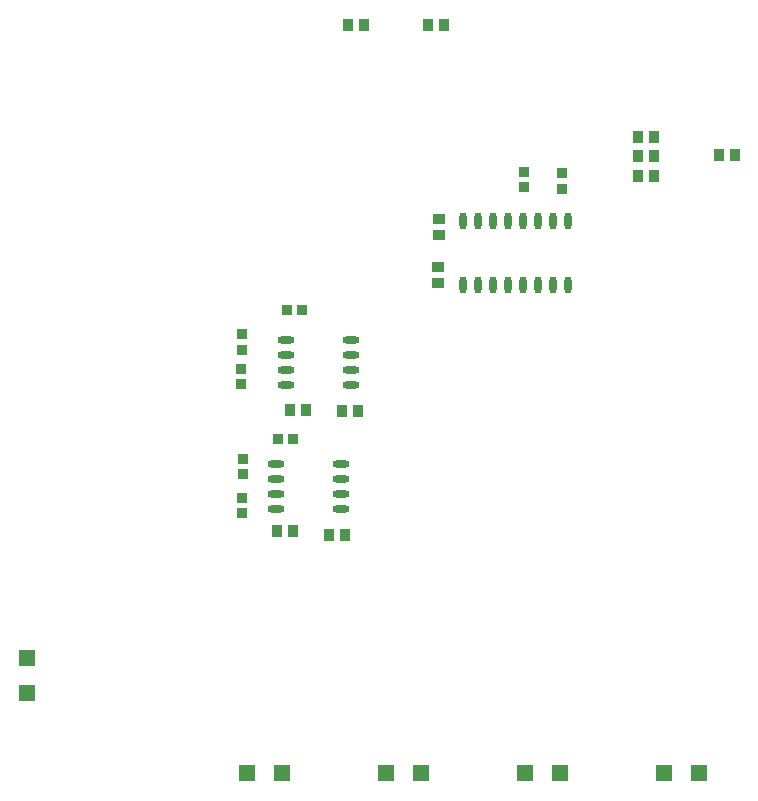
<source format=gbr>
%TF.GenerationSoftware,Altium Limited,Altium Designer,19.1.8 (144)*%
G04 Layer_Color=128*
%FSLAX26Y26*%
%MOIN*%
%TF.FileFunction,Paste,Bot*%
%TF.Part,Single*%
G01*
G75*
%TA.AperFunction,SMDPad,CuDef*%
%ADD11R,0.039370X0.035433*%
%ADD12R,0.035433X0.039370*%
%ADD20R,0.037402X0.033465*%
%ADD21R,0.033465X0.037402*%
%ADD24O,0.057087X0.023622*%
%ADD45R,0.053150X0.057087*%
%ADD46R,0.057087X0.053150*%
%ADD47O,0.023622X0.057087*%
D11*
X1737584Y2484086D02*
D03*
Y2430936D02*
D03*
X1736712Y2271135D02*
D03*
Y2324284D02*
D03*
D12*
X1371057Y1433219D02*
D03*
X1424207D02*
D03*
X1251467Y1444384D02*
D03*
X1198317D02*
D03*
X1414370Y1844488D02*
D03*
X1467520D02*
D03*
X1295861Y1848323D02*
D03*
X1242711D02*
D03*
X2724157Y2699173D02*
D03*
X2671007D02*
D03*
X2401970Y2629421D02*
D03*
X2455119D02*
D03*
X2401576Y2758019D02*
D03*
X2454725D02*
D03*
X2401500Y2694474D02*
D03*
X2454650D02*
D03*
X1489605Y3132861D02*
D03*
X1436455D02*
D03*
X1703107Y3132461D02*
D03*
X1756257D02*
D03*
D20*
X1086088Y1685864D02*
D03*
Y1634683D02*
D03*
X1082220Y1555883D02*
D03*
Y1504702D02*
D03*
X1081597Y2100454D02*
D03*
Y2049273D02*
D03*
X1079437Y1984995D02*
D03*
Y1933813D02*
D03*
X2149438Y2586488D02*
D03*
Y2637670D02*
D03*
X2021561Y2590602D02*
D03*
Y2641783D02*
D03*
D21*
X1201880Y1753263D02*
D03*
X1253061D02*
D03*
X1230436Y2181836D02*
D03*
X1281617D02*
D03*
D24*
X1410909Y1669601D02*
D03*
Y1619601D02*
D03*
Y1569601D02*
D03*
Y1519601D02*
D03*
X1196342Y1669601D02*
D03*
Y1619601D02*
D03*
Y1569601D02*
D03*
Y1519601D02*
D03*
X1444502Y2082090D02*
D03*
Y2032091D02*
D03*
Y1982091D02*
D03*
Y1932091D02*
D03*
X1229935Y2082090D02*
D03*
Y2032091D02*
D03*
Y1982091D02*
D03*
Y1932091D02*
D03*
D45*
X2603622Y637284D02*
D03*
X2487480D02*
D03*
X1676955D02*
D03*
X1560814D02*
D03*
X2140289D02*
D03*
X2024147D02*
D03*
X1213622D02*
D03*
X1097480D02*
D03*
D46*
X363953Y904724D02*
D03*
Y1020865D02*
D03*
D47*
X2167543Y2264595D02*
D03*
X2117543D02*
D03*
X2067543D02*
D03*
X2017543D02*
D03*
X1967543D02*
D03*
X1917543D02*
D03*
X1867543D02*
D03*
X1817543D02*
D03*
X2167543Y2479162D02*
D03*
X2117543D02*
D03*
X2067543D02*
D03*
X2017543D02*
D03*
X1967543D02*
D03*
X1917543D02*
D03*
X1867543D02*
D03*
X1817543D02*
D03*
%TF.MD5,9844e2beb8084fb119a9e7e2753c9609*%
M02*

</source>
